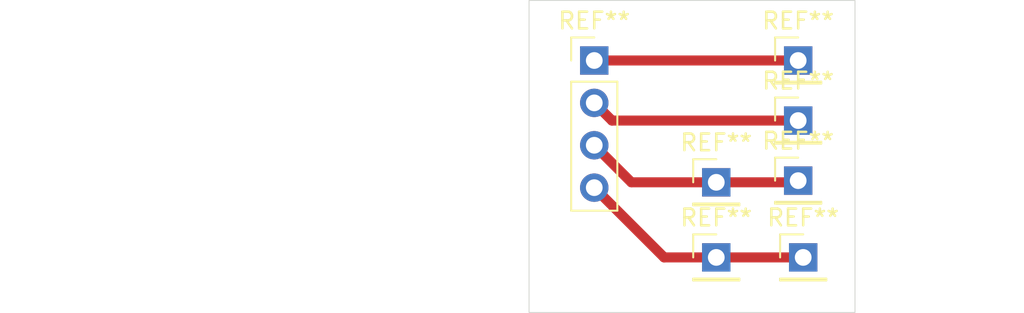
<source format=kicad_pcb>
(kicad_pcb (version 20241229) (generator "pcbnew") (generator_version "9.0")
  (layers (0 "F.Cu" signal) (2 "B.Cu" signal) (13 "F.Paste" user) (15 "B.Paste" user) (5 "F.SilkS" user "F.Silkscreen") (7 "B.SilkS" user "B.Silkscreen") (1 "F.Mask" user) (3 "B.Mask" user) (25 "Edge.Cuts" user))
  (net 0 "")
  (footprint "Connector_PinHeader_2.54mm:PinHeader_1x01_P2.54mm_Vertical" (layer "F.Cu") (at 256.5 62.9)
    (property "Reference" "REF**" (at 0 -2.38 0) (layer "F.SilkS"))
    (property "Value" "PinHeader_1x01_P2.54mm_Vertical")
    (fp_line (start -1.38 -1.38) (end 0 -1.38) (stroke (width 0.12)) (layer "F.SilkS") (net 72025148))
    (fp_line (start -1.38 0) (end -1.38 -1.38) (stroke (width 0.12)) (layer "F.SilkS") (net 72025148))
    (fp_line (start -1.38 1.27) (end -1.38 1.38) (stroke (width 0.12)) (layer "F.SilkS") (net 72025148))
    (fp_line (start -1.38 1.27) (end 1.38 1.27) (stroke (width 0.12)) (layer "F.SilkS") (net 72025148))
    (fp_line (start -1.38 1.38) (end 1.38 1.38) (stroke (width 0.12)) (layer "F.SilkS") (net 72025148))
    (fp_line (start 1.38 1.27) (end 1.38 1.38) (stroke (width 0.12)) (layer "F.SilkS") (net 72025148))
    (pad "1" thru_hole rect (at 0 0) (size 1.7 1.7) (drill 1) (layers "*.Cu" "*.Mask"))
  )
  (footprint "Connector_PinHeader_2.54mm:PinHeader_1x04_P2.54mm_Vertical" (layer "F.Cu") (at 244.3 59.3)
    (property "Reference" "REF**" (at 0 -2.38 0) (layer "F.SilkS"))
    (property "Value" "PinHeader_1x04_P2.54mm_Vertical")
    (fp_line (start -1.38 -1.38) (end 0 -1.38) (stroke (width 0.12)) (layer "F.SilkS") (net 72025148))
    (fp_line (start -1.38 0) (end -1.38 -1.38) (stroke (width 0.12)) (layer "F.SilkS") (net 72025148))
    (fp_line (start -1.38 1.27) (end -1.38 9) (stroke (width 0.12)) (layer "F.SilkS") (net 72025148))
    (fp_line (start -1.38 1.27) (end 1.38 1.27) (stroke (width 0.12)) (layer "F.SilkS") (net 72025148))
    (fp_line (start -1.38 9) (end 1.38 9) (stroke (width 0.12)) (layer "F.SilkS") (net 72025148))
    (fp_line (start 1.38 1.27) (end 1.38 9) (stroke (width 0.12)) (layer "F.SilkS") (net 72025148))
    (pad "1" thru_hole rect (at 0 0) (size 1.7 1.7) (drill 1) (layers "*.Cu" "*.Mask"))
    (pad "2" thru_hole circle (at 0 2.54) (size 1.7 1.7) (drill 1) (layers "*.Cu" "*.Mask"))
    (pad "3" thru_hole circle (at 0 5.08) (size 1.7 1.7) (drill 1) (layers "*.Cu" "*.Mask"))
    (pad "4" thru_hole circle (at 0 7.62) (size 1.7 1.7) (drill 1) (layers "*.Cu" "*.Mask"))
  )
  (footprint "Connector_PinHeader_2.54mm:PinHeader_1x01_P2.54mm_Vertical" (layer "F.Cu") (at 256.5 66.5)
    (property "Reference" "REF**" (at 0 -2.38 0) (layer "F.SilkS"))
    (property "Value" "PinHeader_1x01_P2.54mm_Vertical")
    (fp_line (start -1.38 -1.38) (end 0 -1.38) (stroke (width 0.12)) (layer "F.SilkS") (net 72025148))
    (fp_line (start -1.38 0) (end -1.38 -1.38) (stroke (width 0.12)) (layer "F.SilkS") (net 72025148))
    (fp_line (start -1.38 1.27) (end -1.38 1.38) (stroke (width 0.12)) (layer "F.SilkS") (net 72025148))
    (fp_line (start -1.38 1.27) (end 1.38 1.27) (stroke (width 0.12)) (layer "F.SilkS") (net 72025148))
    (fp_line (start -1.38 1.38) (end 1.38 1.38) (stroke (width 0.12)) (layer "F.SilkS") (net 72025148))
    (fp_line (start 1.38 1.27) (end 1.38 1.38) (stroke (width 0.12)) (layer "F.SilkS") (net 72025148))
    (pad "1" thru_hole rect (at 0 0) (size 1.7 1.7) (drill 1) (layers "*.Cu" "*.Mask"))
  )
  (footprint "Connector_PinHeader_2.54mm:PinHeader_1x01_P2.54mm_Vertical" (layer "F.Cu") (at 256.5 59.3)
    (property "Reference" "REF**" (at 0 -2.38 0) (layer "F.SilkS"))
    (property "Value" "PinHeader_1x01_P2.54mm_Vertical")
    (fp_line (start -1.38 -1.38) (end 0 -1.38) (stroke (width 0.12)) (layer "F.SilkS") (net 72025148))
    (fp_line (start -1.38 0) (end -1.38 -1.38) (stroke (width 0.12)) (layer "F.SilkS") (net 72025148))
    (fp_line (start -1.38 1.27) (end -1.38 1.38) (stroke (width 0.12)) (layer "F.SilkS") (net 72025148))
    (fp_line (start -1.38 1.27) (end 1.38 1.27) (stroke (width 0.12)) (layer "F.SilkS") (net 72025148))
    (fp_line (start -1.38 1.38) (end 1.38 1.38) (stroke (width 0.12)) (layer "F.SilkS") (net 72025148))
    (fp_line (start 1.38 1.27) (end 1.38 1.38) (stroke (width 0.12)) (layer "F.SilkS") (net 72025148))
    (pad "1" thru_hole rect (at 0 0) (size 1.7 1.7) (drill 1) (layers "*.Cu" "*.Mask"))
  )
  (footprint "Connector_PinHeader_2.54mm:PinHeader_1x01_P2.54mm_Vertical" (layer "F.Cu") (at 251.6 71.1)
    (property "Reference" "REF**" (at 0 -2.38 0) (layer "F.SilkS"))
    (property "Value" "PinHeader_1x01_P2.54mm_Vertical")
    (fp_line (start -1.38 -1.38) (end 0 -1.38) (stroke (width 0.12)) (layer "F.SilkS") (net 72025148))
    (fp_line (start -1.38 0) (end -1.38 -1.38) (stroke (width 0.12)) (layer "F.SilkS") (net 72025148))
    (fp_line (start -1.38 1.27) (end -1.38 1.38) (stroke (width 0.12)) (layer "F.SilkS") (net 72025148))
    (fp_line (start -1.38 1.27) (end 1.38 1.27) (stroke (width 0.12)) (layer "F.SilkS") (net 72025148))
    (fp_line (start -1.38 1.38) (end 1.38 1.38) (stroke (width 0.12)) (layer "F.SilkS") (net 72025148))
    (fp_line (start 1.38 1.27) (end 1.38 1.38) (stroke (width 0.12)) (layer "F.SilkS") (net 72025148))
    (pad "1" thru_hole rect (at 0 0) (size 1.7 1.7) (drill 1) (layers "*.Cu" "*.Mask"))
  )
  (footprint "Connector_PinHeader_2.54mm:PinHeader_1x01_P2.54mm_Vertical" (layer "F.Cu") (at 251.6 66.6)
    (property "Reference" "REF**" (at 0 -2.38 0) (layer "F.SilkS"))
    (property "Value" "PinHeader_1x01_P2.54mm_Vertical")
    (fp_line (start -1.38 -1.38) (end 0 -1.38) (stroke (width 0.12)) (layer "F.SilkS") (net 72025148))
    (fp_line (start -1.38 0) (end -1.38 -1.38) (stroke (width 0.12)) (layer "F.SilkS") (net 72025148))
    (fp_line (start -1.38 1.27) (end -1.38 1.38) (stroke (width 0.12)) (layer "F.SilkS") (net 72025148))
    (fp_line (start -1.38 1.27) (end 1.38 1.27) (stroke (width 0.12)) (layer "F.SilkS") (net 72025148))
    (fp_line (start -1.38 1.38) (end 1.38 1.38) (stroke (width 0.12)) (layer "F.SilkS") (net 72025148))
    (fp_line (start 1.38 1.27) (end 1.38 1.38) (stroke (width 0.12)) (layer "F.SilkS") (net 72025148))
    (pad "1" thru_hole rect (at 0 0) (size 1.7 1.7) (drill 1) (layers "*.Cu" "*.Mask"))
  )
  (footprint "Connector_PinHeader_2.54mm:PinHeader_1x01_P2.54mm_Vertical" (layer "F.Cu") (at 256.8 71.1)
    (property "Reference" "REF**" (at 0 -2.38 0) (layer "F.SilkS"))
    (property "Value" "PinHeader_1x01_P2.54mm_Vertical")
    (fp_line (start -1.38 -1.38) (end 0 -1.38) (stroke (width 0.12)) (layer "F.SilkS") (net 72025148))
    (fp_line (start -1.38 0) (end -1.38 -1.38) (stroke (width 0.12)) (layer "F.SilkS") (net 72025148))
    (fp_line (start -1.38 1.27) (end -1.38 1.38) (stroke (width 0.12)) (layer "F.SilkS") (net 72025148))
    (fp_line (start -1.38 1.27) (end 1.38 1.27) (stroke (width 0.12)) (layer "F.SilkS") (net 72025148))
    (fp_line (start -1.38 1.38) (end 1.38 1.38) (stroke (width 0.12)) (layer "F.SilkS") (net 72025148))
    (fp_line (start 1.38 1.27) (end 1.38 1.38) (stroke (width 0.12)) (layer "F.SilkS") (net 72025148))
    (pad "1" thru_hole rect (at 0 0) (size 1.7 1.7) (drill 1) (layers "*.Cu" "*.Mask"))
  )
  (gr_rect (start 240.4 55.7) (end 259.9 74.4) (stroke (width 0.05)) (fill no) (layer "Edge.Cuts"))
  (segment (start 251.6 71.1) (end 256.8 71.1) (width 0.6) (layer "F.Cu") (net 0))
  (segment (start 256.4 66.6) (end 256.5 66.5) (width 0.6) (layer "F.Cu") (net 0))
  (segment (start 244.3 64.38) (end 246.52 66.6) (width 0.6) (layer "F.Cu") (net 0))
  (segment (start 246.52 66.6) (end 251.6 66.6) (width 0.6) (layer "F.Cu") (net 0))
  (segment (start 248.48 71.1) (end 251.6 71.1) (width 0.6) (layer "F.Cu") (net 0))
  (segment (start 244.3 61.84) (end 245.36 62.9) (width 0.6) (layer "F.Cu") (net 0))
  (segment (start 244.3 66.92) (end 248.48 71.1) (width 0.6) (layer "F.Cu") (net 0))
  (segment (start 251.6 66.6) (end 256.4 66.6) (width 0.6) (layer "F.Cu") (net 0))
  (segment (start 245.36 62.9) (end 256.5 62.9) (width 0.6) (layer "F.Cu") (net 0))
  (segment (start 256.5 59.3) (end 244.3 59.3) (width 0.6) (layer "F.Cu") (net 0))
)
</source>
